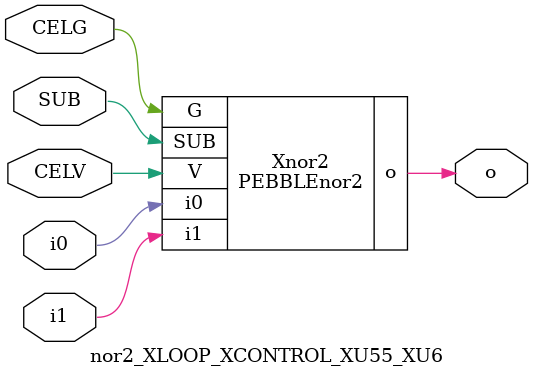
<source format=v>



module PEBBLEnor2 ( o, G, SUB, V, i0, i1 );

  input i0;
  input V;
  input i1;
  input G;
  output o;
  input SUB;
endmodule

//Celera Confidential Do Not Copy nor2_XLOOP_XCONTROL_XU55_XU6
//Celera Confidential Symbol Generator
//nor2
module nor2_XLOOP_XCONTROL_XU55_XU6 (CELV,CELG,i0,i1,o,SUB);
input CELV;
input CELG;
input i0;
input i1;
input SUB;
output o;

//Celera Confidential Do Not Copy nor2
PEBBLEnor2 Xnor2(
.V (CELV),
.i0 (i0),
.i1 (i1),
.o (o),
.SUB (SUB),
.G (CELG)
);
//,diesize,PEBBLEnor2

//Celera Confidential Do Not Copy Module End
//Celera Schematic Generator
endmodule

</source>
